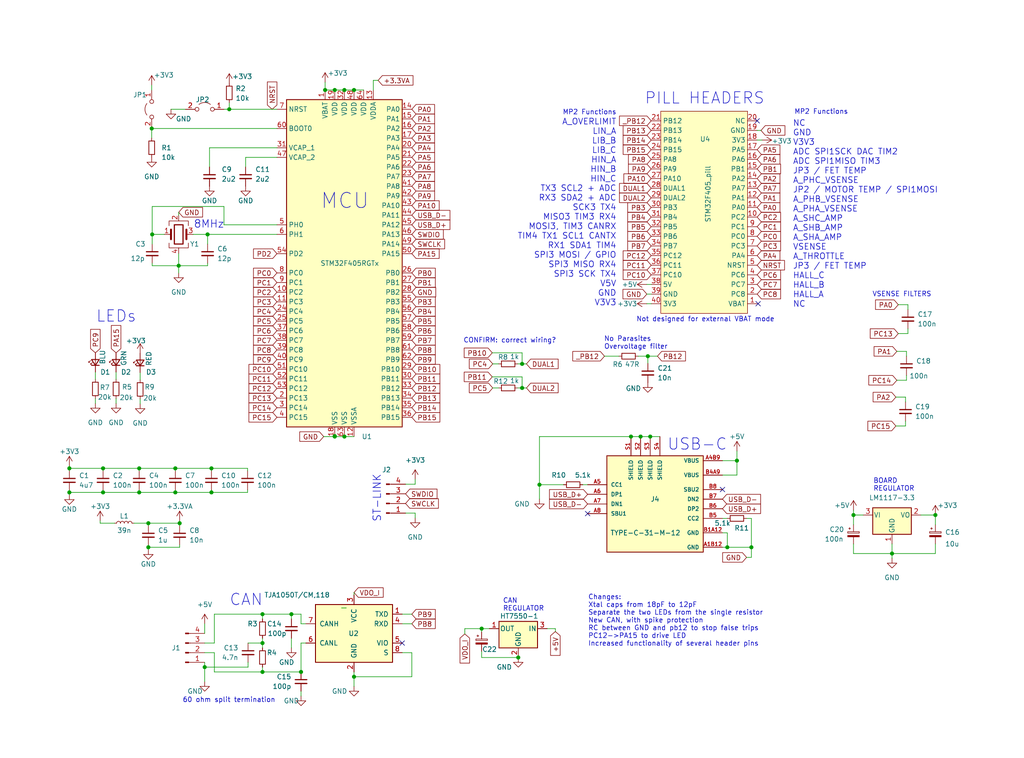
<source format=kicad_sch>
(kicad_sch (version 20211123) (generator eeschema)
  (paper "User" 270.002 200)
  (junction (at 137.668 96.012))
  (junction (at 90.805 115.189))
  (junction (at 225.044 135.89))
  (junction (at 69.215 169.672))
  (junction (at 93.345 178.562))
  (junction (at 136.652 173.482))
  (junction (at 79.375 177.292))
  (junction (at 36.703 123.571))
  (junction (at 53.975 176.022))
  (junction (at 76.835 162.052))
  (junction (at 166.37 115.189))
  (junction (at 194.31 121.539))
  (junction (at 191.77 144.399))
  (junction (at 171.45 115.189))
  (junction (at 93.345 23.749))
  (junction (at 39.116 144.399))
  (junction (at 46.228 123.571))
  (junction (at 85.725 23.749))
  (junction (at 198.12 144.399))
  (junction (at 235.204 146.05))
  (junction (at 69.215 177.292))
  (junction (at 46.228 129.921))
  (junction (at 18.288 123.571))
  (junction (at 55.753 129.921))
  (junction (at 127 165.862))
  (junction (at 246.634 135.89))
  (junction (at 90.805 23.749))
  (junction (at 55.753 123.571))
  (junction (at 142.24 127.889))
  (junction (at 88.265 23.749))
  (junction (at 137.668 102.362))
  (junction (at 18.288 129.921))
  (junction (at 27.178 123.571))
  (junction (at 168.91 115.189))
  (junction (at 47.371 138.049))
  (junction (at 36.703 129.921))
  (junction (at 27.178 129.921))
  (junction (at 47.117 70.104))
  (junction (at 54.737 61.849))
  (junction (at 40.005 33.909))
  (junction (at 88.265 115.189))
  (junction (at 40.132 61.849))
  (junction (at 88.265 115.062))
  (junction (at 170.815 93.98))
  (junction (at 69.215 162.052))
  (junction (at 60.452 28.829))
  (junction (at 39.116 138.049))
  (no_connect (at 154.94 135.509))
  (no_connect (at 190.5 129.159))
  (no_connect (at 199.644 31.877))
  (no_connect (at 199.898 80.137))
  (no_connect (at 106.045 169.672))
  (wire (pts (xy 39.116 144.399) (xy 47.371 144.399)))
  (wire (pts (xy 18.288 129.921) (xy 18.288 129.286)))
  (wire (pts (xy 40.132 69.469) (xy 40.132 70.104)))
  (wire (pts (xy 108.585 178.562) (xy 108.585 172.212)))
  (wire (pts (xy 36.703 124.206) (xy 36.703 123.571)))
  (wire (pts (xy 98.425 21.209) (xy 98.425 23.749)))
  (wire (pts (xy 168.91 115.189) (xy 171.45 115.189)))
  (wire (pts (xy 191.77 140.589) (xy 191.77 144.399)))
  (wire (pts (xy 99.695 21.209) (xy 98.425 21.209)))
  (wire (pts (xy 18.288 130.556) (xy 18.288 129.921)))
  (wire (pts (xy 127 171.831) (xy 127 173.482)))
  (wire (pts (xy 238.76 111.125) (xy 238.76 112.395)))
  (wire (pts (xy 236.855 80.391) (xy 239.395 80.391)))
  (wire (pts (xy 25.146 98.171) (xy 25.146 100.076)))
  (wire (pts (xy 53.975 172.212) (xy 56.515 172.212)))
  (wire (pts (xy 127 165.862) (xy 129.032 165.862)))
  (wire (pts (xy 69.215 177.292) (xy 69.215 176.022)))
  (wire (pts (xy 194.31 125.349) (xy 194.31 121.539)))
  (wire (pts (xy 47.371 138.049) (xy 39.116 138.049)))
  (wire (pts (xy 46.228 129.921) (xy 55.753 129.921)))
  (wire (pts (xy 137.668 96.012) (xy 136.525 96.012)))
  (wire (pts (xy 26.416 138.049) (xy 30.226 138.049)))
  (wire (pts (xy 45.085 28.829) (xy 48.895 28.829)))
  (wire (pts (xy 93.345 156.337) (xy 93.345 156.972)))
  (wire (pts (xy 79.375 177.292) (xy 69.215 177.292)))
  (wire (pts (xy 246.634 143.51) (xy 246.634 146.05)))
  (wire (pts (xy 53.975 176.022) (xy 53.975 179.832)))
  (wire (pts (xy 55.753 123.571) (xy 65.278 123.571)))
  (wire (pts (xy 196.85 147.066) (xy 198.12 147.066)))
  (wire (pts (xy 40.132 70.104) (xy 47.117 70.104)))
  (wire (pts (xy 171.45 115.189) (xy 173.99 115.189)))
  (wire (pts (xy 239.014 93.98) (xy 239.014 92.71)))
  (wire (pts (xy 64.77 41.529) (xy 73.025 41.529)))
  (wire (pts (xy 39.116 144.399) (xy 39.116 143.764)))
  (wire (pts (xy 239.014 99.06) (xy 239.014 100.33)))
  (wire (pts (xy 137.668 102.362) (xy 136.525 102.362)))
  (wire (pts (xy 59.055 28.829) (xy 60.452 28.829)))
  (wire (pts (xy 190.5 140.589) (xy 191.77 140.589)))
  (wire (pts (xy 225.044 135.89) (xy 225.044 138.43)))
  (wire (pts (xy 65.278 123.571) (xy 65.278 124.206)))
  (wire (pts (xy 76.835 162.052) (xy 79.375 162.052)))
  (wire (pts (xy 239.014 100.33) (xy 236.474 100.33)))
  (wire (pts (xy 69.215 169.672) (xy 69.215 170.942)))
  (wire (pts (xy 36.957 105.283) (xy 36.957 106.553)))
  (wire (pts (xy 54.737 61.849) (xy 73.025 61.849)))
  (wire (pts (xy 238.76 112.395) (xy 236.22 112.395)))
  (wire (pts (xy 56.515 177.292) (xy 69.215 177.292)))
  (wire (pts (xy 55.753 129.286) (xy 55.753 129.921)))
  (wire (pts (xy 39.116 145.034) (xy 39.116 144.399)))
  (wire (pts (xy 91.313 160.401) (xy 90.043 160.401)))
  (wire (pts (xy 85.725 21.717) (xy 85.725 23.749)))
  (wire (pts (xy 76.835 162.052) (xy 76.835 163.322)))
  (wire (pts (xy 79.375 162.052) (xy 79.375 164.592)))
  (wire (pts (xy 56.515 172.212) (xy 56.515 177.292)))
  (wire (pts (xy 64.77 44.069) (xy 64.77 41.529)))
  (wire (pts (xy 46.228 123.571) (xy 55.753 123.571)))
  (wire (pts (xy 90.805 115.189) (xy 93.345 115.189)))
  (wire (pts (xy 69.215 168.402) (xy 69.215 169.672)))
  (wire (pts (xy 54.737 61.849) (xy 54.737 64.389)))
  (wire (pts (xy 146.431 165.862) (xy 146.431 166.624)))
  (wire (pts (xy 60.452 28.829) (xy 73.025 28.829)))
  (wire (pts (xy 27.178 123.571) (xy 36.703 123.571)))
  (wire (pts (xy 80.645 164.592) (xy 79.375 164.592)))
  (wire (pts (xy 80.645 169.672) (xy 79.375 169.672)))
  (wire (pts (xy 166.37 115.189) (xy 142.24 115.189)))
  (wire (pts (xy 40.132 61.849) (xy 40.132 64.389)))
  (wire (pts (xy 50.927 61.849) (xy 54.737 61.849)))
  (wire (pts (xy 40.132 54.483) (xy 40.132 61.849)))
  (wire (pts (xy 129.794 99.441) (xy 137.668 99.441)))
  (wire (pts (xy 235.204 146.05) (xy 235.204 147.32)))
  (wire (pts (xy 59.055 54.483) (xy 59.055 59.309)))
  (wire (pts (xy 60.452 27.051) (xy 60.452 28.829)))
  (wire (pts (xy 54.737 70.104) (xy 47.117 70.104)))
  (wire (pts (xy 47.117 70.104) (xy 47.117 72.009)))
  (wire (pts (xy 54.737 69.469) (xy 54.737 70.104)))
  (wire (pts (xy 53.975 174.752) (xy 53.975 176.022)))
  (wire (pts (xy 30.607 105.156) (xy 30.607 106.426)))
  (wire (pts (xy 159.385 93.98) (xy 163.195 93.98)))
  (wire (pts (xy 225.044 135.89) (xy 225.044 134.62)))
  (wire (pts (xy 27.178 129.921) (xy 36.703 129.921)))
  (wire (pts (xy 18.288 123.571) (xy 27.178 123.571)))
  (wire (pts (xy 198.12 136.779) (xy 198.12 144.399)))
  (wire (pts (xy 69.215 162.052) (xy 76.835 162.052)))
  (wire (pts (xy 196.85 136.779) (xy 198.12 136.779)))
  (wire (pts (xy 142.24 127.889) (xy 148.59 127.889)))
  (wire (pts (xy 56.515 169.672) (xy 53.975 169.672)))
  (wire (pts (xy 88.265 23.749) (xy 90.805 23.749)))
  (wire (pts (xy 36.957 98.298) (xy 36.957 100.203)))
  (wire (pts (xy 190.5 136.779) (xy 191.77 136.779)))
  (wire (pts (xy 40.132 61.849) (xy 43.307 61.849)))
  (wire (pts (xy 79.375 169.672) (xy 79.375 177.292)))
  (wire (pts (xy 40.005 33.909) (xy 73.025 33.909)))
  (wire (pts (xy 93.345 178.562) (xy 108.585 178.562)))
  (wire (pts (xy 170.815 93.98) (xy 168.275 93.98)))
  (wire (pts (xy 146.431 165.862) (xy 144.272 165.862)))
  (wire (pts (xy 108.585 164.592) (xy 106.045 164.592)))
  (wire (pts (xy 235.204 146.05) (xy 246.634 146.05)))
  (wire (pts (xy 199.644 36.957) (xy 200.914 36.957)))
  (wire (pts (xy 93.345 178.562) (xy 93.345 181.102)))
  (wire (pts (xy 36.703 129.921) (xy 46.228 129.921)))
  (wire (pts (xy 55.245 38.989) (xy 73.025 38.989)))
  (wire (pts (xy 76.835 168.402) (xy 76.835 170.942)))
  (wire (pts (xy 65.405 169.672) (xy 69.215 169.672)))
  (wire (pts (xy 69.215 162.052) (xy 69.215 163.322)))
  (wire (pts (xy 236.474 92.71) (xy 239.014 92.71)))
  (wire (pts (xy 137.668 99.441) (xy 137.668 102.362)))
  (wire (pts (xy 129.921 96.012) (xy 131.445 96.012)))
  (wire (pts (xy 242.824 135.89) (xy 246.634 135.89)))
  (wire (pts (xy 190.5 121.539) (xy 194.31 121.539)))
  (wire (pts (xy 142.24 115.189) (xy 142.24 127.889)))
  (wire (pts (xy 236.22 104.775) (xy 238.76 104.775)))
  (wire (pts (xy 137.668 93.091) (xy 137.668 96.012)))
  (wire (pts (xy 88.265 115.189) (xy 90.805 115.189)))
  (wire (pts (xy 170.561 77.597) (xy 171.704 77.597)))
  (wire (pts (xy 246.634 135.89) (xy 246.634 138.43)))
  (wire (pts (xy 170.815 93.98) (xy 170.815 95.885)))
  (wire (pts (xy 30.607 98.171) (xy 30.607 100.076)))
  (wire (pts (xy 109.474 136.652) (xy 109.474 135.382)))
  (wire (pts (xy 122.555 165.862) (xy 122.555 167.259)))
  (wire (pts (xy 108.585 172.212) (xy 106.045 172.212)))
  (wire (pts (xy 47.117 56.007) (xy 47.117 56.769)))
  (wire (pts (xy 79.375 182.372) (xy 79.375 183.642)))
  (wire (pts (xy 85.344 115.189) (xy 88.265 115.189)))
  (wire (pts (xy 85.725 23.749) (xy 88.265 23.749)))
  (wire (pts (xy 47.371 144.399) (xy 47.371 143.764)))
  (wire (pts (xy 47.371 137.414) (xy 47.371 138.049)))
  (wire (pts (xy 18.288 123.571) (xy 18.288 124.206)))
  (wire (pts (xy 65.278 129.921) (xy 65.278 129.286)))
  (wire (pts (xy 93.345 177.292) (xy 93.345 178.562)))
  (wire (pts (xy 138.811 102.362) (xy 137.668 102.362)))
  (wire (pts (xy 190.5 125.349) (xy 194.31 125.349)))
  (wire (pts (xy 106.934 127.762) (xy 109.474 127.762)))
  (wire (pts (xy 170.561 80.137) (xy 171.704 80.137)))
  (wire (pts (xy 127 165.862) (xy 127 166.751)))
  (wire (pts (xy 238.76 106.045) (xy 238.76 104.775)))
  (wire (pts (xy 142.24 131.699) (xy 142.24 127.889)))
  (wire (pts (xy 18.288 122.936) (xy 18.288 123.571)))
  (wire (pts (xy 199.644 34.417) (xy 200.66 34.417)))
  (wire (pts (xy 40.005 22.479) (xy 40.005 23.749)))
  (wire (pts (xy 39.116 138.684) (xy 39.116 138.049)))
  (wire (pts (xy 227.584 135.89) (xy 225.044 135.89)))
  (wire (pts (xy 56.515 162.052) (xy 56.515 169.672)))
  (wire (pts (xy 55.753 129.921) (xy 65.278 129.921)))
  (wire (pts (xy 198.12 144.399) (xy 191.77 144.399)))
  (wire (pts (xy 55.753 124.206) (xy 55.753 123.571)))
  (wire (pts (xy 194.31 118.999) (xy 194.31 121.539)))
  (wire (pts (xy 235.204 146.05) (xy 225.044 146.05)))
  (wire (pts (xy 170.561 75.057) (xy 171.704 75.057)))
  (wire (pts (xy 46.228 124.206) (xy 46.228 123.571)))
  (wire (pts (xy 109.474 126.492) (xy 109.474 127.762)))
  (wire (pts (xy 40.132 54.483) (xy 59.055 54.483)))
  (wire (pts (xy 190.5 144.399) (xy 191.77 144.399)))
  (wire (pts (xy 166.37 115.189) (xy 168.91 115.189)))
  (wire (pts (xy 47.371 138.684) (xy 47.371 138.049)))
  (wire (pts (xy 39.116 138.049) (xy 35.306 138.049)))
  (wire (pts (xy 27.178 124.206) (xy 27.178 123.571)))
  (wire (pts (xy 235.204 143.51) (xy 235.204 146.05)))
  (wire (pts (xy 129.794 93.091) (xy 137.668 93.091)))
  (wire (pts (xy 53.975 164.592) (xy 53.975 167.132)))
  (wire (pts (xy 18.288 129.921) (xy 27.178 129.921)))
  (wire (pts (xy 93.345 23.749) (xy 95.885 23.749)))
  (wire (pts (xy 26.416 137.414) (xy 26.416 138.049)))
  (wire (pts (xy 56.515 162.052) (xy 69.215 162.052)))
  (wire (pts (xy 239.395 86.741) (xy 239.395 88.011)))
  (wire (pts (xy 239.395 81.661) (xy 239.395 80.391)))
  (wire (pts (xy 27.178 129.286) (xy 27.178 129.921)))
  (wire (pts (xy 40.005 33.909) (xy 40.005 36.449)))
  (wire (pts (xy 122.555 165.862) (xy 127 165.862)))
  (wire (pts (xy 108.585 162.052) (xy 106.045 162.052)))
  (wire (pts (xy 109.474 135.382) (xy 106.934 135.382)))
  (wire (pts (xy 198.12 147.066) (xy 198.12 144.399)))
  (wire (pts (xy 225.044 146.05) (xy 225.044 143.51)))
  (wire (pts (xy 154.94 127.889) (xy 153.67 127.889)))
  (wire (pts (xy 173.355 93.98) (xy 170.815 93.98)))
  (wire (pts (xy 53.975 176.022) (xy 65.405 176.022)))
  (wire (pts (xy 73.025 59.309) (xy 59.055 59.309)))
  (wire (pts (xy 55.245 44.069) (xy 55.245 38.989)))
  (wire (pts (xy 90.805 23.749) (xy 93.345 23.749)))
  (wire (pts (xy 127 173.482) (xy 136.652 173.482)))
  (wire (pts (xy 47.117 70.104) (xy 47.117 66.929)))
  (wire (pts (xy 239.395 88.011) (xy 236.855 88.011)))
  (wire (pts (xy 129.921 102.362) (xy 131.445 102.362)))
  (wire (pts (xy 36.703 123.571) (xy 46.228 123.571)))
  (wire (pts (xy 88.265 115.189) (xy 88.265 115.062)))
  (wire (pts (xy 36.703 129.286) (xy 36.703 129.921)))
  (wire (pts (xy 138.811 96.012) (xy 137.668 96.012)))
  (wire (pts (xy 46.228 129.286) (xy 46.228 129.921)))
  (wire (pts (xy 65.405 174.752) (xy 65.405 176.022)))
  (wire (pts (xy 25.146 105.156) (xy 25.146 106.426)))
  (text "MCU" (at 84.455 55.499 0) (effects (font (size 4 4)) (justify left bottom)))
  (text "CAN" (at 60.452 160.147 0) (effects (font (size 2.9972 2.9972)) (justify left bottom)))
  (text " 8MHz" (at 49.53 60.452 0) (effects (font (size 2 2)) (justify left bottom)))
  (text "NC\nGND\nV3V3\nADC SPI1SCK DAC TIM2\nADC SPI1MISO TIM3\nJP3 / FET TEMP\nA_PHC_VSENSE\nJP2 / MOTOR TEMP / SPI1MOSI\nA_PHB_VSENSE\nA_PHA_VSENSE\nA_SHC_AMP\nA_SHB_AMP\nA_SHA_AMP\nVSENSE\nA_THROTTLE\nJP3 / FET TEMP\nHALL_C\nHALL_B\nHALL_A\nNC" (at 209.042 81.28 0) (effects (font (size 1.56 1.56)) (justify left bottom)))
  (text "ST-LINK\n" (at 100.584 137.922 90) (effects (font (size 2 2)) (justify left bottom)))
  (text "Changes: \nXtal caps from 18pF to 12pF\nSeparate the two LEDs from the single resistor\nNew CAN, with spike protection\nRC between GND and pb12 to stop false trips\nPC12->PA15 to drive LED\nIncreased functionality of several header pins\n" (at 155.067 170.688 0) (effects (font (size 1.27 1.27)) (justify left bottom)))
  (text "A_OVERLIMIT\nLIN_A\nLIB_B\nLIB_C\nHIN_A\nHIN_B\nHIN_C\nTX3 SCL2 + ADC\nRX3 SDA2 + ADC\nSCK3 TX4\nMISO3 TIM3 RX4\nMOSI3, TIM3 CANRX\nTIM4 TX1 SCL1 CANTX\nRX1 SDA1 TIM4\nSPI3 MOSI / GPIO\nSPI3 MISO RX4\nSPI3 SCK TX4\nV5V\nGND\nV3V3" (at 162.56 80.899 0) (effects (font (size 1.56 1.56)) (justify right bottom)))
  (text "BOARD\nREGULATOR\n\n" (at 230.251 131.826 0) (effects (font (size 1.27 1.27)) (justify left bottom)))
  (text "PILL HEADERS" (at 169.926 27.813 0) (effects (font (size 2.9972 2.9972)) (justify left bottom)))
  (text "CONFIRM: correct wiring?" (at 122.174 90.678 0) (effects (font (size 1.27 1.27)) (justify left bottom)))
  (text "MP2 Functions" (at 209.423 30.353 0) (effects (font (size 1.27 1.27)) (justify left bottom)))
  (text "CAN\nREGULATOR" (at 132.588 161.417 0) (effects (font (size 1.27 1.27)) (justify left bottom)))
  (text "VSENSE FILTERS\n" (at 229.997 78.486 0) (effects (font (size 1.27 1.27)) (justify left bottom)))
  (text "No Parasites\nOvervoltage filter" (at 159.258 92.329 0) (effects (font (size 1.27 1.27)) (justify left bottom)))
  (text "LEDs\n" (at 25.273 85.344 0) (effects (font (size 2.9972 2.9972)) (justify left bottom)))
  (text "USB-C\n" (at 175.895 119.126 0) (effects (font (size 2.9972 2.9972)) (justify left bottom)))
  (text "Not designed for external VBAT mode" (at 167.767 85.09 0) (effects (font (size 1.27 1.27)) (justify left bottom)))
  (text "MP2 Functions" (at 148.336 30.48 0) (effects (font (size 1.27 1.27)) (justify left bottom)))
  (text "60 ohm split termination" (at 48.133 185.547 0) (effects (font (size 1.27 1.27)) (justify left bottom)))
  (global_label "DUAL1" (shape input) (at 171.704 49.657 180) (property "Intersheet References" "${INTERSHEET_REFS}" (effects hide)))
  (global_label "PB13" (shape input) (at 108.585 105.029 0) (property "Intersheet References" "${INTERSHEET_REFS}" (effects hide)))
  (global_label "PC9" (shape input) (at 73.025 94.869 180) (property "Intersheet References" "${INTERSHEET_REFS}" (effects hide)))
  (global_label "GND" (shape input) (at 108.585 77.089 0) (property "Intersheet References" "${INTERSHEET_REFS}" (effects hide)))
  (global_label "PA9" (shape input) (at 171.704 44.577 180) (property "Intersheet References" "${INTERSHEET_REFS}" (effects hide)))
  (global_label "PB5" (shape input) (at 108.585 84.709 0) (property "Intersheet References" "${INTERSHEET_REFS}" (effects hide)))
  (global_label "PA4" (shape input) (at 199.644 67.437 0) (property "Intersheet References" "${INTERSHEET_REFS}" (effects hide)))
  (global_label "PB10" (shape input) (at 108.585 97.409 0) (property "Intersheet References" "${INTERSHEET_REFS}" (effects hide)))
  (global_label "PC4" (shape input) (at 73.025 82.169 180) (property "Intersheet References" "${INTERSHEET_REFS}" (effects hide)))
  (global_label "PA0" (shape input) (at 108.585 28.829 0) (property "Intersheet References" "${INTERSHEET_REFS}" (effects hide)))
  (global_label "USB_D-" (shape input) (at 154.94 132.969 180) (property "Intersheet References" "${INTERSHEET_REFS}" (effects hide)))
  (global_label "PB15" (shape input) (at 171.704 39.497 180) (property "Intersheet References" "${INTERSHEET_REFS}" (effects hide)))
  (global_label "PA7" (shape input) (at 199.644 49.657 0) (property "Intersheet References" "${INTERSHEET_REFS}" (effects hide)))
  (global_label "PC8" (shape input) (at 199.644 77.597 0) (property "Intersheet References" "${INTERSHEET_REFS}" (effects hide)))
  (global_label "PC15" (shape input) (at 236.22 112.395 180) (property "Intersheet References" "${INTERSHEET_REFS}" (effects hide)))
  (global_label "PB7" (shape input) (at 108.585 89.789 0) (property "Intersheet References" "${INTERSHEET_REFS}" (effects hide)))
  (global_label "NRST" (shape input) (at 199.644 69.977 0) (property "Intersheet References" "${INTERSHEET_REFS}" (effects hide)))
  (global_label "PD2" (shape input) (at 73.025 66.929 180) (property "Intersheet References" "${INTERSHEET_REFS}" (effects hide)))
  (global_label "PA5" (shape input) (at 108.585 41.529 0) (property "Intersheet References" "${INTERSHEET_REFS}" (effects hide)))
  (global_label "PA2" (shape input) (at 236.22 104.775 180) (property "Intersheet References" "${INTERSHEET_REFS}" (effects hide)))
  (global_label "PA6" (shape input) (at 108.585 44.069 0) (property "Intersheet References" "${INTERSHEET_REFS}" (effects hide)))
  (global_label "USB_D-" (shape input) (at 108.585 56.769 0) (property "Intersheet References" "${INTERSHEET_REFS}" (effects hide)))
  (global_label "SWCLK" (shape input) (at 108.585 64.389 0) (property "Intersheet References" "${INTERSHEET_REFS}" (effects hide)))
  (global_label "PC14" (shape input) (at 236.474 100.33 180) (property "Intersheet References" "${INTERSHEET_REFS}" (effects hide)))
  (global_label "PA8" (shape input) (at 108.585 49.149 0) (property "Intersheet References" "${INTERSHEET_REFS}" (effects hide)))
  (global_label "PC2" (shape input) (at 199.644 57.277 0) (property "Intersheet References" "${INTERSHEET_REFS}" (effects hide)))
  (global_label "PB4" (shape input) (at 171.704 57.277 180) (property "Intersheet References" "${INTERSHEET_REFS}" (effects hide)))
  (global_label "VDO_I" (shape input) (at 122.555 167.259 270) (property "Intersheet References" "${INTERSHEET_REFS}" (effects hide)))
  (global_label "PA5" (shape input) (at 199.644 39.497 0) (property "Intersheet References" "${INTERSHEET_REFS}" (effects hide)))
  (global_label "PC10" (shape input) (at 171.704 72.517 180) (property "Intersheet References" "${INTERSHEET_REFS}" (effects hide)))
  (global_label "PA7" (shape input) (at 108.585 46.609 0) (property "Intersheet References" "${INTERSHEET_REFS}" (effects hide)))
  (global_label "PC3" (shape input) (at 73.025 79.629 180) (property "Intersheet References" "${INTERSHEET_REFS}" (effects hide)))
  (global_label "USB_D+" (shape input) (at 190.5 134.239 0) (property "Intersheet References" "${INTERSHEET_REFS}" (effects hide)))
  (global_label "PA10" (shape input) (at 108.585 54.229 0) (property "Intersheet References" "${INTERSHEET_REFS}" (effects hide)))
  (global_label "PA9" (shape input) (at 108.585 51.689 0) (property "Intersheet References" "${INTERSHEET_REFS}" (effects hide)))
  (global_label "PB9" (shape input) (at 108.585 94.869 0) (property "Intersheet References" "${INTERSHEET_REFS}" (effects hide)))
  (global_label "PB11" (shape input) (at 108.585 99.949 0) (property "Intersheet References" "${INTERSHEET_REFS}" (effects hide)))
  (global_label "PC1" (shape input) (at 73.025 74.549 180) (property "Intersheet References" "${INTERSHEET_REFS}" (effects hide)))
  (global_label "PB14" (shape input) (at 171.704 36.957 180) (property "Intersheet References" "${INTERSHEET_REFS}" (effects hide)))
  (global_label "PC7" (shape input) (at 199.644 75.057 0) (property "Intersheet References" "${INTERSHEET_REFS}" (effects hide)))
  (global_label "PB6" (shape input) (at 171.704 62.357 180) (property "Intersheet References" "${INTERSHEET_REFS}" (effects hide)))
  (global_label "PA4" (shape input) (at 108.585 38.989 0) (property "Intersheet References" "${INTERSHEET_REFS}" (effects hide)))
  (global_label "SWDIO" (shape input) (at 108.585 61.849 0) (property "Intersheet References" "${INTERSHEET_REFS}" (effects hide)))
  (global_label "PA6" (shape input) (at 199.644 42.037 0) (property "Intersheet References" "${INTERSHEET_REFS}" (effects hide)))
  (global_label "USB_D+" (shape input) (at 108.585 59.309 0) (property "Intersheet References" "${INTERSHEET_REFS}" (effects hide)))
  (global_label "PA0" (shape input) (at 199.644 54.737 0) (property "Intersheet References" "${INTERSHEET_REFS}" (effects hide)))
  (global_label "PB11" (shape input) (at 129.794 99.441 180) (property "Intersheet References" "${INTERSHEET_REFS}" (effects hide)))
  (global_label "+3.3VA" (shape input) (at 99.695 21.209 0) (property "Intersheet References" "${INTERSHEET_REFS}" (effects hide)))
  (global_label "_PB12" (shape input) (at 159.385 93.98 180) (property "Intersheet References" "${INTERSHEET_REFS}" (effects hide)))
  (global_label "DUAL2" (shape input) (at 171.704 52.197 180) (property "Intersheet References" "${INTERSHEET_REFS}" (effects hide)))
  (global_label "PC8" (shape input) (at 73.025 92.329 180) (property "Intersheet References" "${INTERSHEET_REFS}" (effects hide)))
  (global_label "PA1" (shape input) (at 236.474 92.71 180) (property "Intersheet References" "${INTERSHEET_REFS}" (effects hide)))
  (global_label "PB10" (shape input) (at 129.794 93.091 180) (property "Intersheet References" "${INTERSHEET_REFS}" (effects hide)))
  (global_label "PA15" (shape input) (at 108.585 66.929 0) (property "Intersheet References" "${INTERSHEET_REFS}" (effects hide)))
  (global_label "NRST" (shape input) (at 71.755 28.829 90) (property "Intersheet References" "${INTERSHEET_REFS}" (effects hide)))
  (global_label "PB3" (shape input) (at 171.704 54.737 180) (property "Intersheet References" "${INTERSHEET_REFS}" (effects hide)))
  (global_label "PA8" (shape input) (at 171.704 42.037 180) (property "Intersheet References" "${INTERSHEET_REFS}" (effects hide)))
  (global_label "PC9" (shape input) (at 25.146 93.091 90) (property "Intersheet References" "${INTERSHEET_REFS}" (effects hide)))
  (global_label "PB15" (shape input) (at 108.585 110.109 0) (property "Intersheet References" "${INTERSHEET_REFS}" (effects hide)))
  (global_label "PB4" (shape input) (at 108.585 82.169 0) (property "Intersheet References" "${INTERSHEET_REFS}" (effects hide)))
  (global_label "PB7" (shape input) (at 171.704 64.897 180) (property "Intersheet References" "${INTERSHEET_REFS}" (effects hide)))
  (global_label "PC1" (shape input) (at 199.644 59.817 0) (property "Intersheet References" "${INTERSHEET_REFS}" (effects hide)))
  (global_label "PC5" (shape input) (at 73.025 84.709 180) (property "Intersheet References" "${INTERSHEET_REFS}" (effects hide)))
  (global_label "PC12" (shape input) (at 171.704 67.437 180) (property "Intersheet References" "${INTERSHEET_REFS}" (effects hide)))
  (global_label "PC10" (shape input) (at 73.025 97.409 180) (property "Intersheet References" "${INTERSHEET_REFS}" (effects hide)))
  (global_label "PA3" (shape input) (at 108.585 36.449 0) (property "Intersheet References" "${INTERSHEET_REFS}" (effects hide)))
  (global_label "PC0" (shape input) (at 73.025 72.009 180) (property "Intersheet References" "${INTERSHEET_REFS}" (effects hide)))
  (global_label "PC13" (shape input) (at 236.855 88.011 180) (property "Intersheet References" "${INTERSHEET_REFS}" (effects hide)))
  (global_label "_PB12" (shape input) (at 171.704 31.877 180) (property "Intersheet References" "${INTERSHEET_REFS}" (effects hide)))
  (global_label "PB1" (shape input) (at 108.585 74.549 0) (property "Intersheet References" "${INTERSHEET_REFS}" (effects hide)))
  (global_label "SWCLK" (shape input) (at 106.934 132.842 0) (property "Intersheet References" "${INTERSHEET_REFS}" (effects hide)))
  (global_label "PB6" (shape input) (at 108.585 87.249 0) (property "Intersheet References" "${INTERSHEET_REFS}" (effects hide)))
  (global_label "PC3" (shape input) (at 199.644 64.897 0) (property "Intersheet References" "${INTERSHEET_REFS}" (effects hide)))
  (global_label "USB_D-" (shape input) (at 190.5 131.699 0) (property "Intersheet References" "${INTERSHEET_REFS}" (effects hide)))
  (global_label "PC12" (shape input) (at 73.025 102.489 180) (property "Intersheet References" "${INTERSHEET_REFS}" (effects hide)))
  (global_label "PB8" (shape input) (at 108.585 92.329 0) (property "Intersheet References" "${INTERSHEET_REFS}" (effects hide)))
  (global_label "PC11" (shape input) (at 73.025 99.949 180) (property "Intersheet References" "${INTERSHEET_REFS}" (effects hide)))
  (global_label "PC2" (shape input) (at 73.025 77.089 180) (property "Intersheet References" "${INTERSHEET_REFS}" (effects hide)))
  (global_label "PC0" (shape input) (at 199.644 62.357 0) (property "Intersheet References" "${INTERSHEET_REFS}" (effects hide)))
  (global_label "PB3" (shape input) (at 108.585 79.629 0) (property "Intersheet References" "${INTERSHEET_REFS}" (effects hide)))
  (global_label "PA1" (shape input) (at 108.585 31.369 0) (property "Intersheet References" "${INTERSHEET_REFS}" (effects hide)))
  (global_label "PA2" (shape input) (at 199.644 47.117 0) (property "Intersheet References" "${INTERSHEET_REFS}" (effects hide)))
  (global_label "PC6" (shape input) (at 73.025 87.249 180) (property "Intersheet References" "${INTERSHEET_REFS}" (effects hide)))
  (global_label "PA0" (shape input) (at 236.855 80.391 180) (property "Intersheet References" "${INTERSHEET_REFS}" (effects hide)))
  (global_label "SWDIO" (shape input) (at 106.934 130.302 0) (property "Intersheet References" "${INTERSHEET_REFS}" (effects hide)))
  (global_label "PC7" (shape input) (at 73.025 89.789 180) (property "Intersheet References" "${INTERSHEET_REFS}" (effects hide)))
  (global_label "GND" (shape input) (at 196.85 147.066 180) (property "Intersheet References" "${INTERSHEET_REFS}" (effects hide)))
  (global_label "DUAL2" (shape input) (at 138.811 102.362 0) (property "Intersheet References" "${INTERSHEET_REFS}" (effects hide)))
  (global_label "PC5" (shape input) (at 129.921 102.362 180) (property "Intersheet References" "${INTERSHEET_REFS}" (effects hide)))
  (global_label "PB1" (shape input) (at 199.644 44.577 0) (property "Intersheet References" "${INTERSHEET_REFS}" (effects hide)))
  (global_label "PA15" (shape input) (at 30.607 93.091 90) (property "Intersheet References" "${INTERSHEET_REFS}" (effects hide)))
  (global_label "PB8" (shape input) (at 108.585 164.592 0) (property "Intersheet References" "${INTERSHEET_REFS}" (effects hide)))
  (global_label "PB14" (shape input) (at 108.585 107.569 0) (property "Intersheet References" "${INTERSHEET_REFS}" (effects hide)))
  (global_label "GND" (shape input) (at 85.344 115.189 180) (property "Intersheet References" "${INTERSHEET_REFS}" (effects hide)))
  (global_label "PA2" (shape input) (at 108.585 33.909 0) (property "Intersheet References" "${INTERSHEET_REFS}" (effects hide)))
  (global_label "PC11" (shape input) (at 171.704 69.977 180) (property "Intersheet References" "${INTERSHEET_REFS}" (effects hide)))
  (global_label "PC15" (shape input) (at 73.025 110.109 180) (property "Intersheet References" "${INTERSHEET_REFS}" (effects hide)))
  (global_label "DUAL1" (shape input) (at 138.811 96.012 0) (property "Intersheet References" "${INTERSHEET_REFS}" (effects hide)))
  (global_label "PC13" (shape input) (at 73.025 105.029 180) (property "Intersheet References" "${INTERSHEET_REFS}" (effects hide)))
  (global_label "PB12" (shape input) (at 173.355 93.98 0) (property "Intersheet References" "${INTERSHEET_REFS}" (effects hide)))
  (global_label "PB9" (shape input) (at 108.585 162.052 0) (property "Intersheet References" "${INTERSHEET_REFS}" (effects hide)))
  (global_label "PC4" (shape input) (at 129.921 96.012 180) (property "Intersheet References" "${INTERSHEET_REFS}" (effects hide)))
  (global_label "VDO_I" (shape input) (at 93.345 156.337 0) (property "Intersheet References" "${INTERSHEET_REFS}" (effects hide)))
  (global_label "PB13" (shape input) (at 171.704 34.417 180) (property "Intersheet References" "${INTERSHEET_REFS}" (effects hide)))
  (global_label "+5V" (shape input) (at 146.431 166.624 270) (property "Intersheet References" "${INTERSHEET_REFS}" (effects hide)))
  (global_label "GND" (shape input) (at 200.66 34.417 0) (property "Intersheet References" "${INTERSHEET_REFS}" (effects hide)))
  (global_label "PB5" (shape input) (at 171.704 59.817 180) (property "Intersheet References" "${INTERSHEET_REFS}" (effects hide)))
  (global_label "PC6" (shape input) (at 199.644 72.517 0) (property "Intersheet References" "${INTERSHEET_REFS}" (effects hide)))
  (global_label "PB0" (shape input) (at 108.585 72.009 0) (property "Intersheet References" "${INTERSHEET_REFS}" (effects hide)))
  (global_label "GND" (shape input) (at 47.117 56.007 0) (property "Intersheet References" "${INTERSHEET_REFS}" (effects hide)))
  (global_label "GND" (shape input) (at 170.561 77.597 180) (property "Intersheet References" "${INTERSHEET_REFS}" (effects hide)))
  (global_label "PA1" (shape input) (at 199.644 52.197 0) (property "Intersheet References" "${INTERSHEET_REFS}" (effects hide)))
  (global_label "USB_D+" (shape input) (at 154.94 130.429 180) (property "Intersheet References" "${INTERSHEET_REFS}" (effects hide)))
  (global_label "PB12" (shape input) (at 108.585 102.489 0) (property "Intersheet References" "${INTERSHEET_REFS}" (effects hide)))
  (global_label "PA10" (shape input) (at 171.704 47.117 180) (property "Intersheet References" "${INTERSHEET_REFS}" (effects hide)))
  (global_label "PC14" (shape input) (at 73.025 107.569 180) (property "Intersheet References" "${INTERSHEET_REFS}" (effects hide)))
  (symbol (lib_id "Device:R_Small") (at 133.985 102.362 270) (unit 1)
    (property "Reference" "R12" (at 133.985 100.584 90) (effects (justify right)))
    (property "Value" "1k" (at 136.906 100.457 90) (effects (justify right)))
    (property "Footprint" "Resistor_SMD:R_0402_1005Metric" (effects hide))
    (property "LCSC" "C11702" (effects hide))
  )
  (symbol (lib_id "Device:C_Polarized_Small") (at 127 169.291 0) (unit 1)
    (property "Reference" "C22" (at 127.127 171.323 0) (effects (justify left)))
    (property "Value" "10u" (effects hide))
    (property "Footprint" "Capacitor_SMD:C_0603_1608Metric" (effects hide))
    (property "Datasheet" "https://datasheet.lcsc.com/lcsc/2201131330_ROHM-Semicon-TCM1A106M8R_C962635.pdf" (effects hide))
    (property "LCSC" "C962635" (effects hide))
  )
  (symbol (lib_id "Device:R_Small") (at 40.005 38.989 180) (unit 1)
    (property "Reference" "R1" (at 42.545 38.9889 0) (effects (justify right)))
    (property "Value" "10k" (at 42.545 41.529 0) (effects (justify right)))
    (property "Footprint" "Resistor_SMD:R_0402_1005Metric" (effects hide))
    (property "LCSC" "C25086" (effects hide))
  )
  (symbol (lib_id "power:+5V") (at 170.561 75.057 90) (mirror x) (unit 1)
    (property "Reference" "#PWR023" (effects hide))
    (property "Value" "+5V" (at 168.021 75.057 90) (effects (justify left)))
  )
  (symbol (lib_id "power:+5V") (at 194.31 118.999 0) (mirror y) (unit 1)
    (property "Reference" "#PWR036" (effects hide))
    (property "Value" "+5V" (at 194.31 115.189 0))
  )
  (symbol (lib_id "power:GND") (at 40.005 41.529 0) (unit 1)
    (property "Reference" "#PWR07" (effects hide))
    (property "Value" "GND" (at 40.005 46.609 0))
  )
  (symbol (lib_id "Device:C_Small") (at 79.375 179.832 0) (mirror y) (unit 1)
    (property "Reference" "C15" (at 76.835 178.562 0) (effects (justify left)))
    (property "Value" "100p" (at 76.835 181.102 0) (effects (justify left)))
    (property "Footprint" "Capacitor_SMD:C_0402_1005Metric" (effects hide))
    (property "LCSC" "C1546" (effects hide))
  )
  (symbol (lib_id "CCC_ESC_Custom_Symbols:STM32F405_pill") (at 174.244 29.337 0) (unit 1) (in_bom no)
    (property "Reference" "U4" (at 185.928 36.703 0))
    (property "Value" "STM32F405_pill" (at 186.69 51.181 90))
    (property "Footprint" "CCC_ESC_Custom_parts:STM32F405_pill" (effects hide))
    (property "DNP" "YES" (effects hide))
  )
  (symbol (lib_id "STM32F4_REV2-rescue:+3.3V-power") (at 26.416 137.414 0) (unit 1)
    (property "Reference" "#PWR04" (effects hide))
    (property "Value" "+3.3V" (at 26.416 133.604 0))
  )
  (symbol (lib_id "Regulator_Linear:L78L10_SOT89") (at 136.652 165.862 0) (mirror y) (unit 1)
    (property "Reference" "U5" (effects hide))
    (property "Value" "HT7550-1" (at 136.906 162.56 0))
    (property "Footprint" "Package_TO_SOT_SMD:SOT-89-3" (effects hide))
    (property "Datasheet" "http://www.st.com/content/ccc/resource/technical/document/datasheet/15/55/e5/aa/23/5b/43/fd/CD00000446.pdf/files/CD00000446.pdf/jcr:content/translations/en.CD00000446.pdf" (effects hide))
    (property "LCSC" "C16106" (effects hide))
  )
  (symbol (lib_id "power:GND") (at 25.146 106.426 0) (unit 1)
    (property "Reference" "#PWR0104" (effects hide))
    (property "Value" "GND" (at 25.146 111.506 0))
  )
  (symbol (lib_id "Connector:Conn_01x04_Male") (at 101.854 132.842 0) (mirror x) (unit 1) (in_bom no)
    (property "Reference" "J2" (at 103.124 123.952 0) (effects (justify right)))
    (property "Value" "Conn_01x04_Male" (effects hide))
    (property "Footprint" "Connector:my_4_pin" (effects hide))
    (property "DNP" "YES" (effects hide))
  )
  (symbol (lib_id "power:+3V3") (at 170.561 80.137 90) (mirror x) (unit 1)
    (property "Reference" "#PWR025" (effects hide))
    (property "Value" "+3V3" (at 168.021 80.137 90) (effects (justify left)))
  )
  (symbol (lib_id "TYPE-C-31-M-12:TYPE-C-31-M-12") (at 172.72 132.969 0) (unit 1)
    (property "Reference" "J4" (at 172.72 131.699 0))
    (property "Value" "TYPE-C-31-M-12" (at 170.18 140.589 0))
    (property "Footprint" "TYPE-C-31-M-12:HRO_TYPE-C-31-M-12" (effects hide))
    (property "Datasheet" "https://datasheet.lcsc.com/lcsc/2205251630_Korean-Hroparts-Elec-TYPE-C-31-M-12_C165948.pdf" (effects hide))
    (property "STANDARD" "Manufacturer Recommendations" (effects hide))
    (property "PARTREV" "A" (effects hide))
    (property "MAXIMUM_PACKAGE_HEIGHT" "3.31mm" (effects hide))
    (property "MANUFACTURER" "HRO Electronics" (effects hide))
    (property "LCSC" "C165948" (effects hide))
  )
  (symbol (lib_id "Device:C_Small") (at 54.737 66.929 0) (unit 1)
    (property "Reference" "C6" (at 57.277 65.659 0) (effects (justify left)))
    (property "Value" "12p" (at 57.277 68.2052 0) (effects (justify left)))
    (property "Footprint" "Capacitor_SMD:C_0603_1608Metric" (effects hide))
    (property "Datasheet" "https://datasheet.lcsc.com/lcsc/1810112052_FH-Guangdong-Fenghua-Advanced-Tech-0603CG180J500NT_C92671.pdf" (effects hide))
    (property "LCSC" "C1547" (effects hide))
  )
  (symbol (lib_id "Device:C_Small") (at 39.116 141.224 0) (unit 1)
    (property "Reference" "C5" (at 41.656 139.954 0) (effects (justify left)))
    (property "Value" "1u" (at 41.656 142.494 0) (effects (justify left)))
    (property "Footprint" "Capacitor_SMD:C_0402_1005Metric" (effects hide))
    (property "Datasheet" "https://datasheet.lcsc.com/lcsc/1811091611_Samsung-Electro-Mechanics-CL05A105KA5NQNC_C52923.pdf" (effects hide))
    (property "LCSC" "C52923" (effects hide))
  )
  (symbol (lib_id "power:+3V3") (at 246.634 135.89 0) (unit 1)
    (property "Reference" "#PWR030" (effects hide))
    (property "Value" "+3V3" (at 249.809 133.35 0))
  )
  (symbol (lib_id "Device:C_Polarized_Small") (at 246.634 140.97 0) (unit 1)
    (property "Reference" "C16" (at 249.174 140.4238 0) (effects (justify left)))
    (property "Value" "10u" (at 249.174 143.51 0) (effects (justify left)))
    (property "Footprint" "Capacitor_Tantalum_SMD:CP_EIA-3216-18_Kemet-A" (effects hide))
    (property "Datasheet" "https://datasheet.lcsc.com/lcsc/1810191222_Samsung-Electro-Mechanics-CL05B104KB54PNC_C307331.pdf" (effects hide))
    (property "LCSC" "C110055" (effects hide))
  )
  (symbol (lib_id "Device:C_Small") (at 65.405 172.212 0) (mirror y) (unit 1)
    (property "Reference" "C13" (at 62.865 170.942 0) (effects (justify left)))
    (property "Value" "4.7n" (at 62.865 173.482 0) (effects (justify left)))
    (property "Footprint" "Capacitor_SMD:C_0402_1005Metric" (effects hide))
    (property "Datasheet" "https://datasheet.lcsc.com/lcsc/1811031110_FH--Guangdong-Fenghua-Advanced-Tech-0402B472K500NT_C1538.pdf" (effects hide))
    (property "LCSC" "C1538" (effects hide))
  )
  (symbol (lib_id "power:+3V3") (at 200.914 36.957 270) (unit 1)
    (property "Reference" "#PWR032" (effects hide))
    (property "Value" "+3V3" (at 203.454 37.211 90) (effects (justify left)))
  )
  (symbol (lib_id "power:GND") (at 18.288 130.556 0) (unit 1)
    (property "Reference" "#PWR02" (effects hide))
    (property "Value" "GND" (at 18.288 134.366 0))
  )
  (symbol (lib_id "Jumper:Jumper_2_Open") (at 53.975 28.829 0) (mirror y) (unit 1)
    (property "Reference" "JP2" (at 55.245 26.289 0) (effects (justify left)))
    (property "Value" "Jumper_2_Open" (effects hide))
    (property "Footprint" "Connector:my_2_pin" (effects hide))
    (property "DNP" "YES" (effects hide))
  )
  (symbol (lib_id "Device:C_Small") (at 36.703 126.746 0) (unit 1)
    (property "Reference" "C4" (at 39.243 125.476 0) (effects (justify left)))
    (property "Value" "100n" (at 39.243 128.016 0) (effects (justify left)))
    (property "Footprint" "Capacitor_SMD:C_0402_1005Metric" (effects hide))
    (property "Datasheet" "https://datasheet.lcsc.com/lcsc/1810191219_Samsung-Electro-Mechanics-CL05B104KO5NNNC_C1525.pdf" (effects hide))
    (property "LCSC" "C1525" (effects hide))
  )
  (symbol (lib_id "Device:R_Small") (at 194.31 136.779 90) (unit 1)
    (property "Reference" "R11" (at 195.58 139.319 90))
    (property "Value" "5.1k" (at 190.5 138.049 90))
    (property "Footprint" "Resistor_SMD:R_0402_1005Metric" (effects hide))
    (property "LCSC" "C105872" (effects hide))
  )
  (symbol (lib_id "power:+3V3") (at 109.474 126.492 0) (unit 1)
    (property "Reference" "#PWR028" (effects hide))
    (property "Value" "+3V3" (at 109.474 121.412 0))
  )
  (symbol (lib_id "Device:C_Small") (at 18.288 126.746 0) (unit 1)
    (property "Reference" "C1" (at 20.828 125.476 0) (effects (justify left)))
    (property "Value" "4u7" (at 20.828 128.016 0) (effects (justify left)))
    (property "Footprint" "Capacitor_SMD:C_0402_1005Metric" (effects hide))
    (property "Datasheet" "https://datasheet.lcsc.com/lcsc/1810261514_Samsung-Electro-Mechanics-CL10A475KO8NNNC_C19666.pdf" (effects hide))
    (property "LCSC" "C23733" (effects hide))
  )
  (symbol (lib_id "Regulator_Linear:LM1117-3.3") (at 235.204 135.89 0) (unit 1)
    (property "Reference" "U3" (effects hide))
    (property "Value" "LM1117-3.3" (at 235.204 131.318 0))
    (property "Footprint" "Package_TO_SOT_SMD:SOT-223-3_TabPin2" (effects hide))
    (property "Datasheet" "https://datasheet.lcsc.com/lcsc/1811131822_HTC-Korea-TAEJIN-Tech-LM1117S-3-3_C126027.pdf" (effects hide))
    (property "LCSC" "C126027" (effects hide))
  )
  (symbol (lib_id "power:GND") (at 36.957 106.553 0) (unit 1)
    (property "Reference" "#PWR013" (effects hide))
    (property "Value" "GND" (at 36.957 111.633 0))
  )
  (symbol (lib_id "Device:R_Small") (at 165.735 93.98 270) (unit 1)
    (property "Reference" "R6" (at 164.211 96.139 90) (effects (justify right)))
    (property "Value" "47R" (at 168.656 96.139 90) (effects (justify right)))
    (property "Footprint" "Resistor_SMD:R_0402_1005Metric" (effects hide))
    (property "LCSC" "C25118" (effects hide))
  )
  (symbol (lib_id "power:+3V3") (at 85.725 21.717 0) (unit 1)
    (property "Reference" "#PWR017" (effects hide))
    (property "Value" "+3V3" (at 89.027 19.304 0))
  )
  (symbol (lib_id "Device:R_Small") (at 25.146 102.616 180) (unit 1)
    (property "Reference" "R7" (at 26.289 102.235 0) (effects (justify right)))
    (property "Value" "20k" (at 25.781 104.775 0) (effects (justify right)))
    (property "Footprint" "Resistor_SMD:R_0402_1005Metric" (effects hide))
    (property "LCSC" "C25765" (effects hide))
  )
  (symbol (lib_id "Device:C_Small") (at 40.132 66.929 0) (unit 1)
    (property "Reference" "C3" (at 35.687 64.389 0) (effects (justify left)))
    (property "Value" "12p" (at 34.417 68.199 0) (effects (justify left)))
    (property "Footprint" "Capacitor_SMD:C_0603_1608Metric" (effects hide))
    (property "Datasheet" "https://datasheet.lcsc.com/lcsc/1810112052_FH-Guangdong-Fenghua-Advanced-Tech-0603CG180J500NT_C92671.pdf" (effects hide))
    (property "LCSC" "C1547" (effects hide))
  )
  (symbol (lib_id "Device:R_Small") (at 133.985 96.012 270) (unit 1)
    (property "Reference" "R8" (at 133.985 94.234 90) (effects (justify right)))
    (property "Value" "1k" (at 136.906 94.107 90) (effects (justify right)))
    (property "Footprint" "Resistor_SMD:R_0402_1005Metric" (effects hide))
    (property "LCSC" "C11702" (effects hide))
  )
  (symbol (lib_id "Device:C_Small") (at 55.245 46.609 0) (unit 1)
    (property "Reference" "C9" (at 58.42 44.704 0) (effects (justify left)))
    (property "Value" "2u2" (at 58.42 47.244 0) (effects (justify left)))
    (property "Footprint" "Capacitor_SMD:C_0603_1608Metric" (effects hide))
    (property "Datasheet" "https://datasheet.lcsc.com/lcsc/1810271109_Samsung-Electro-Mechanics-CL10A225KO8NNNC_C23630.pdf" (effects hide))
    (property "LCSC" "C23630" (effects hide))
  )
  (symbol (lib_id "power:GND") (at 55.245 49.149 0) (unit 1)
    (property "Reference" "#PWR011" (effects hide))
    (property "Value" "GND" (at 55.245 52.959 0))
  )
  (symbol (lib_id "Device:L_Small") (at 32.766 138.049 90) (unit 1)
    (property "Reference" "L1" (at 32.766 136.144 90))
    (property "Value" "39n" (at 32.766 139.954 90))
    (property "Footprint" "Inductor_SMD:L_0402_1005Metric" (effects hide))
    (property "Datasheet" "https://datasheet.lcsc.com/lcsc/2110081230_Sunlord-SDCL1005C39NJTDF_C26443.pdf" (effects hide))
    (property "LCSC" "C26443" (effects hide))
  )
  (symbol (lib_id "power:+5V") (at 225.044 134.62 0) (unit 1)
    (property "Reference" "#PWR022" (effects hide))
    (property "Value" "+5V" (at 221.996 133.35 0))
  )
  (symbol (lib_id "power:GND") (at 47.117 72.009 0) (unit 1)
    (property "Reference" "#PWR06" (effects hide))
    (property "Value" "GND" (at 47.117 77.089 0))
  )
  (symbol (lib_id "Device:R_Small") (at 69.215 173.482 0) (mirror x) (unit 1)
    (property "Reference" "R4" (at 73.025 172.212 0) (effects (justify right)))
    (property "Value" "60 ohm" (effects hide))
    (property "Footprint" "Resistor_SMD:R_0603_1608Metric" (effects hide))
    (property "LCSC" "C4216" (effects hide))
  )
  (symbol (lib_id "Device:C_Small") (at 170.815 98.425 0) (unit 1)
    (property "Reference" "C21" (at 173.355 97.155 0) (effects (justify left)))
    (property "Value" "10n" (at 173.355 99.695 0) (effects (justify left)))
    (property "Footprint" "Capacitor_SMD:C_0402_1005Metric" (effects hide))
    (property "LCSC" "C15195" (effects hide))
  )
  (symbol (lib_id "Device:R_Small") (at 30.607 102.616 180) (unit 1)
    (property "Reference" "R5" (at 32.131 102.108 0) (effects (justify right)))
    (property "Value" "20k" (at 31.496 104.902 0) (effects (justify right)))
    (property "Footprint" "Resistor_SMD:R_0402_1005Metric" (effects hide))
    (property "LCSC" "C25765" (effects hide))
  )
  (symbol (lib_id "STM32F4_REV2-rescue:+3.3V-power") (at 18.288 122.936 0) (unit 1)
    (property "Reference" "#PWR01" (effects hide))
    (property "Value" "+3.3V" (at 18.288 119.126 0))
  )
  (symbol (lib_id "power:GND") (at 142.24 131.699 0) (unit 1)
    (property "Reference" "#PWR020" (effects hide))
    (property "Value" "GND" (at 139.7 132.9691 0) (effects (justify right)))
  )
  (symbol (lib_id "Device:C_Small") (at 27.178 126.746 0) (unit 1)
    (property "Reference" "C2" (at 29.718 125.476 0) (effects (justify left)))
    (property "Value" "100n" (at 29.718 128.016 0) (effects (justify left)))
    (property "Footprint" "Capacitor_SMD:C_0402_1005Metric" (effects hide))
    (property "Datasheet" "https://datasheet.lcsc.com/lcsc/1810191219_Samsung-Electro-Mechanics-CL05B104KO5NNNC_C1525.pdf" (effects hide))
    (property "LCSC" "C1525" (effects hide))
  )
  (symbol (lib_id "Device:C_Small") (at 76.835 165.862 0) (mirror y) (unit 1)
    (property "Reference" "C14" (at 74.295 164.592 0) (effects (justify left)))
    (property "Value" "100p" (at 75.565 167.132 0) (effects (justify left)))
    (property "Footprint" "Capacitor_SMD:C_0402_1005Metric" (effects hide))
    (property "LCSC" "C1546" (effects hide))
  )
  (symbol (lib_id "Device:C_Small") (at 239.014 96.52 0) (unit 1)
    (property "Reference" "C18" (at 241.554 95.25 0) (effects (justify left)))
    (property "Value" "100n" (at 239.776 99.187 0) (effects (justify left)))
    (property "Footprint" "Capacitor_SMD:C_0402_1005Metric" (effects hide))
    (property "Datasheet" "https://datasheet.lcsc.com/lcsc/1810191219_Samsung-Electro-Mechanics-CL05B104KO5NNNC_C1525.pdf" (effects hide))
    (property "LCSC" "C1525" (effects hide))
  )
  (symbol (lib_id "Device:C_Small") (at 55.753 126.746 0) (unit 1)
    (property "Reference" "C10" (at 58.293 125.476 0) (effects (justify left)))
    (property "Value" "100n" (at 58.293 128.016 0) (effects (justify left)))
    (property "Footprint" "Capacitor_SMD:C_0402_1005Metric" (effects hide))
    (property "Datasheet" "https://datasheet.lcsc.com/lcsc/1810191219_Samsung-Electro-Mechanics-CL05B104KO5NNNC_C1525.pdf" (effects hide))
    (property "LCSC" "C1525" (effects hide))
  )
  (symbol (lib_id "power:GND") (at 76.835 170.942 0) (unit 1)
    (property "Reference" "#PWR016" (effects hide))
    (property "Value" "GND" (at 75.565 174.752 0))
  )
  (symbol (lib_id "Device:C_Polarized_Small") (at 225.044 140.97 0) (unit 1)
    (property "Reference" "C20" (at 218.694 139.7 0) (effects (justify left)))
    (property "Value" "100n" (at 217.424 142.24 0) (effects (justify left)))
    (property "Footprint" "Capacitor_Tantalum_SMD:CP_EIA-3216-18_Kemet-A" (effects hide))
    (property "Datasheet" "https://datasheet.lcsc.com/lcsc/1810252220_KEMET-T491A106K016AT_C110055.pdf" (effects hide))
    (property "LCSC" "C122257" (effects hide))
  )
  (symbol (lib_id "power:GND") (at 30.607 106.426 0) (unit 1)
    (property "Reference" "#PWR027" (effects hide))
    (property "Value" "GND" (at 30.607 111.506 0))
  )
  (symbol (lib_id "power:+3V3") (at 60.452 21.971 0) (unit 1)
    (property "Reference" "#PWR012" (effects hide))
    (property "Value" "+3V3" (at 63.881 20.193 0))
  )
  (symbol (lib_id "Jumper:Jumper_2_Open") (at 40.005 28.829 90) (mirror x) (unit 1)
    (property "Reference" "JP1" (at 38.735 25.019 90) (effects (justify left)))
    (property "Value" "Jumper_2_Open" (effects hide))
    (property "Footprint" "Connector:my_2_pin" (effects hide))
    (property "DNP" "YES" (effects hide))
  )
  (symbol (lib_id "power:GND") (at 109.474 136.652 0) (unit 1)
    (property "Reference" "#PWR029" (effects hide))
    (property "Value" "GND" (at 109.474 141.732 0))
  )
  (symbol (lib_id "MCU_ST_STM32F4:STM32F405RGTx") (at 90.805 69.469 0) (unit 1)
    (property "Reference" "U1" (at 95.3644 115.189 0) (effects (justify left)))
    (property "Value" "STM32F405RGTx" (at 84.455 69.469 0) (effects (justify left)))
    (property "Footprint" "Package_QFP:LQFP-64_10x10mm_P0.5mm" (effects hide))
    (property "Datasheet" "http://www.st.com/st-web-ui/static/active/en/resource/technical/document/datasheet/DM00037051.pdf" (effects hide))
    (property "LCSC" "C15742" (effects hide))
  )
  (symbol (lib_id "power:GND") (at 136.652 173.482 0) (unit 1)
    (property "Reference" "#PWR019" (effects hide))
    (property "Value" "GND" (at 132.969 176.022 0))
  )
  (symbol (lib_id "Device:R_Small") (at 36.957 102.743 180) (unit 1)
    (property "Reference" "R9" (at 38.1 102.108 0) (effects (justify right)))
    (property "Value" "20k" (at 37.719 105.029 0) (effects (justify right)))
    (property "Footprint" "Resistor_SMD:R_0402_1005Metric" (effects hide))
    (property "LCSC" "C25765" (effects hide))
  )
  (symbol (lib_id "Connector:Conn_01x04_Male") (at 48.895 172.212 0) (mirror x) (unit 1) (in_bom no)
    (property "Reference" "J1" (at 47.625 170.9419 0) (effects (justify right)))
    (property "Value" "Conn_01x04_Male" (effects hide))
    (property "Footprint" "Connector:my_4_pin" (effects hide))
    (property "DNP" "YES" (effects hide))
  )
  (symbol (lib_id "power:GND") (at 93.345 181.102 0) (unit 1)
    (property "Reference" "#PWR021" (effects hide))
    (property "Value" "GND" (at 89.535 182.372 0))
  )
  (symbol (lib_id "power:GND") (at 45.085 28.829 0) (unit 1)
    (property "Reference" "#PWR08" (effects hide))
    (property "Value" "GND" (at 46.355 31.369 0) (effects (justify left)))
  )
  (symbol (lib_id "power:+3.3VA") (at 47.371 137.414 0) (unit 1)
    (property "Reference" "#PWR010" (effects hide))
    (property "Value" "+3.3VA" (at 47.371 133.604 0))
  )
  (symbol (lib_id "Device:C_Small") (at 47.371 141.224 0) (unit 1)
    (property "Reference" "C8" (at 49.911 139.954 0) (effects (justify left)))
    (property "Value" "10n" (at 49.911 142.494 0) (effects (justify left)))
    (property "Footprint" "Capacitor_SMD:C_0402_1005Metric" (effects hide))
    (property "LCSC" "C15195" (effects hide))
  )
  (symbol (lib_id "Device:C_Small") (at 238.76 108.585 0) (unit 1)
    (property "Reference" "C19" (at 241.3 107.315 0) (effects (justify left)))
    (property "Value" "100n" (at 241.3 109.855 0) (effects (justify left)))
    (property "Footprint" "Capacitor_SMD:C_0402_1005Metric" (effects hide))
    (property "Datasheet" "https://datasheet.lcsc.com/lcsc/1810191219_Samsung-Electro-Mechanics-CL05B104KO5NNNC_C1525.pdf" (effects hide))
    (property "LCSC" "C1525" (effects hide))
  )
  (symbol (lib_id "power:+3V3") (at 40.005 22.479 0) (unit 1)
    (property "Reference" "#PWR03" (effects hide))
    (property "Value" "+3V3" (at 43.18 19.812 0))
  )
  (symbol (lib_id "Device:C_Small") (at 65.278 126.746 0) (unit 1)
    (property "Reference" "C12" (at 67.818 125.476 0) (effects (justify left)))
    (property "Value" "100n" (at 67.818 128.016 0) (effects (justify left)))
    (property "Footprint" "Capacitor_SMD:C_0402_1005Metric" (effects hide))
    (property "Datasheet" "https://datasheet.lcsc.com/lcsc/1810191219_Samsung-Electro-Mechanics-CL05B104KO5NNNC_C1525.pdf" (effects hide))
    (property "LCSC" "C1525" (effects hide))
  )
  (symbol (lib_id "power:+3V3") (at 36.957 93.218 0) (mirror y) (unit 1)
    (property "Reference" "#PWR0103" (effects hide))
    (property "Value" "+3V3" (at 38.481 89.916 0) (effects (justify left)))
  )
  (symbol (lib_id "Device:R_Small") (at 69.215 165.862 0) (mirror x) (unit 1)
    (property "Reference" "R3" (at 67.945 164.592 0) (effects (justify right)))
    (property "Value" "60 ohm" (effects hide))
    (property "Footprint" "Resistor_SMD:R_0603_1608Metric" (effects hide))
    (property "LCSC" "C4216" (effects hide))
  )
  (symbol (lib_id "power:GND") (at 39.116 145.034 0) (unit 1)
    (property "Reference" "#PWR09" (effects hide))
    (property "Value" "GND" (at 39.116 148.844 0))
  )
  (symbol (lib_id "Interface_CAN_LIN:TJA1051T-3") (at 93.345 167.132 0) (mirror y) (unit 1)
    (property "Reference" "U2" (at 94.615 167.132 0) (effects (justify left)))
    (property "Value" " TJA1050T/CM,118" (at 86.995 156.972 0) (effects (justify left)))
    (property "Footprint" "Package_TO_SOT_SMD:SOT-23-8" (effects hide))
    (property "Datasheet" "https://datasheet.lcsc.com/lcsc/1809201810_NXP-Semicon-TJA1050T-CM-118_C6952.pdf" (effects hide))
    (property "LCSC" "C6952" (effects hide))
  )
  (symbol (lib_id "Device:R_Small") (at 151.13 127.889 270) (unit 1)
    (property "Reference" "R10" (at 147.32 125.349 90))
    (property "Value" "5.1k" (at 153.67 125.349 90))
    (property "Footprint" "Resistor_SMD:R_0402_1005Metric" (effects hide))
    (property "LCSC" "C105872" (effects hide))
  )
  (symbol (lib_id "Device:C_Small") (at 64.77 46.609 0) (unit 1)
    (property "Reference" "C11" (at 67.31 44.704 0) (effects (justify left)))
    (property "Value" "2u2" (at 67.31 47.244 0) (effects (justify left)))
    (property "Footprint" "Capacitor_SMD:C_0603_1608Metric" (effects hide))
    (property "Datasheet" "https://datasheet.lcsc.com/lcsc/1810271109_Samsung-Electro-Mechanics-CL10A225KO8NNNC_C23630.pdf" (effects hide))
    (property "LCSC" "C23630" (effects hide))
  )
  (symbol (lib_id "power:GND") (at 79.375 183.642 0) (unit 1)
    (property "Reference" "#PWR018" (effects hide))
    (property "Value" "GND" (at 76.835 184.912 0))
  )
  (symbol (lib_id "power:+5V") (at 53.975 164.592 0) (unit 1)
    (property "Reference" "#PWR0102" (effects hide))
    (property "Value" "+5V" (at 53.975 159.512 0))
  )
  (symbol (lib_id "Device:Crystal_GND24") (at 47.117 61.849 0) (unit 1)
    (property "Reference" "Y1" (at 51.308 64.389 0))
    (property "Value" "Crystal_GND24" (effects hide))
    (property "Footprint" "Crystal:Crystal_SMD_3225-4Pin_3.2x2.5mm" (effects hide))
    (property "Datasheet" "https://datasheet.lcsc.com/lcsc/2006031009_Suzhou-Liming-Elec-3225-8-00-10-10-10-A_C518154.pdf" (effects hide))
    (property "MANUFACTURER" "Suzhou Liming Elec" (effects hide))
    (property "LCSC" "C518154" (effects hide))
  )
  (symbol (lib_id "power:GND") (at 170.815 100.965 0) (unit 1)
    (property "Reference" "#PWR0101" (effects hide))
    (property "Value" "GND" (at 167.005 102.489 0))
  )
  (symbol (lib_id "Device:LED_Small") (at 25.146 95.631 90) (unit 1)
    (property "Reference" "D1" (at 26.416 98.171 90) (effects (justify right)))
    (property "Value" "BLU" (at 27.051 94.234 0))
    (property "Footprint" "LED_SMD:LED_0603_1608Metric" (effects hide))
    (property "Datasheet" "https://datasheet.lcsc.com/lcsc/2008201033_Foshan-NationStar-Optoelectronics-NCD0402B1_C130724.pdf" (effects hide))
    (property "LCSC" "C72041" (effects hide))
  )
  (symbol (lib_id "Device:C_Small") (at 46.228 126.746 0) (unit 1)
    (property "Reference" "C7" (at 48.768 125.476 0) (effects (justify left)))
    (property "Value" "100n" (at 48.768 128.016 0) (effects (justify left)))
    (property "Footprint" "Capacitor_SMD:C_0402_1005Metric" (effects hide))
    (property "Datasheet" "https://datasheet.lcsc.com/lcsc/1810191219_Samsung-Electro-Mechanics-CL05B104KO5NNNC_C1525.pdf" (effects hide))
    (property "LCSC" "C1525" (effects hide))
  )
  (symbol (lib_id "power:GND") (at 53.975 179.832 0) (mirror y) (unit 1)
    (property "Reference" "#PWR014" (effects hide))
    (property "Value" "GND" (at 51.435 182.372 0))
  )
  (symbol (lib_id "power:GND") (at 64.77 49.149 0) (unit 1)
    (property "Reference" "#PWR015" (effects hide))
    (property "Value" "GND" (at 64.77 52.959 0))
  )
  (symbol (lib_id "power:GND") (at 235.204 147.32 0) (unit 1)
    (property "Reference" "#PWR026" (effects hide))
    (property "Value" "GND" (at 235.204 152.4 0))
  )
  (symbol (lib_id "Device:C_Small") (at 239.395 84.201 0) (unit 1)
    (property "Reference" "C17" (at 241.935 82.931 0) (effects (justify left)))
    (property "Value" "100n" (at 241.935 85.471 0) (effects (justify left)))
    (property "Footprint" "Capacitor_SMD:C_0402_1005Metric" (effects hide))
    (property "Datasheet" "https://datasheet.lcsc.com/lcsc/1810191219_Samsung-Electro-Mechanics-CL05B104KO5NNNC_C1525.pdf" (effects hide))
    (property "LCSC" "C1525" (effects hide))
  )
  (symbol (lib_id "Device:LED_Small") (at 36.957 95.758 90) (unit 1)
    (property "Reference" "D3" (at 38.481 98.171 90) (effects (justify right)))
    (property "Value" "RED" (at 39.243 94.615 0))
    (property "Footprint" "LED_SMD:LED_0603_1608Metric" (effects hide))
    (property "Datasheet" "https://datasheet.lcsc.com/lcsc/2008201033_Foshan-NationStar-Optoelectronics-NCD0603G2_C87326.pdf" (effects hide))
    (property "LCSC" "C2286" (effects hide))
  )
  (symbol (lib_id "Device:R_Small") (at 60.452 24.511 0) (unit 1)
    (property "Reference" "R2" (at 62.103 23.3679 0) (effects (justify left)))
    (property "Value" "10k" (at 62.103 25.908 0) (effects (justify left)))
    (property "Footprint" "Resistor_SMD:R_0402_1005Metric" (effects hide))
    (property "LCSC" "C25086" (effects hide))
  )
  (symbol (lib_id "Device:LED_Small") (at 30.607 95.631 90) (unit 1)
    (property "Reference" "D2" (at 31.877 98.171 90) (effects (justify right)))
    (property "Value" "GRN" (at 32.639 94.488 0))
    (property "Footprint" "LED_SMD:LED_0603_1608Metric" (effects hide))
    (property "LCSC" "C72043" (effects hide))
  )
)
</source>
